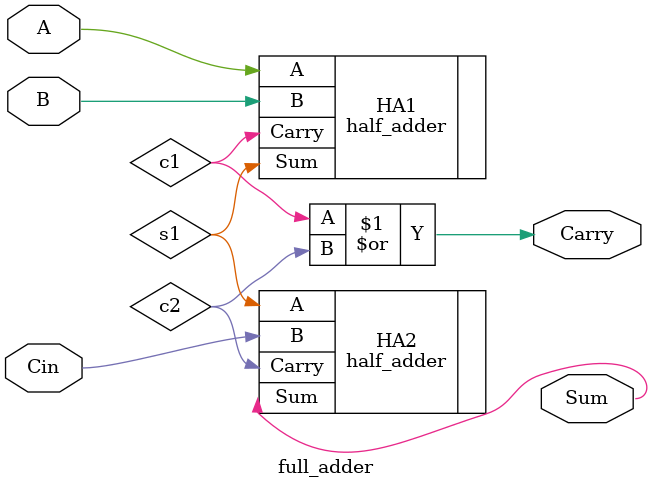
<source format=v>
`timescale 1ns / 1ps


module full_adder(
    input  A,
    input  B,
    input  Cin,
    output Sum,
    output Carry
);
    wire s1, c1, c2;

    half_adder HA1(.A(A),   .B(B),   .Sum(s1), .Carry(c1));
    half_adder HA2(.A(s1),  .B(Cin), .Sum(Sum), .Carry(c2));

    assign Carry = c1 | c2;
endmodule

</source>
